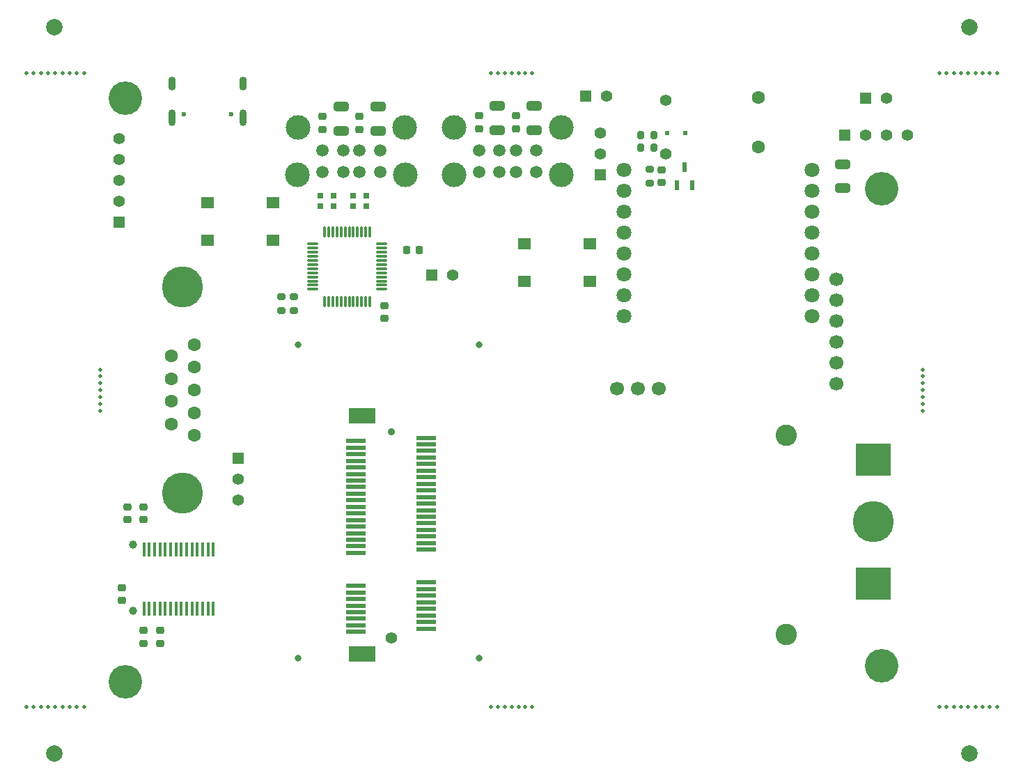
<source format=gbs>
G04 #@! TF.GenerationSoftware,KiCad,Pcbnew,(6.99.0-5015-g618347ef50)*
G04 #@! TF.CreationDate,2023-01-08T20:33:57+01:00*
G04 #@! TF.ProjectId,TinyLlama,54696e79-4c6c-4616-9d61-2e6b69636164,2.1*
G04 #@! TF.SameCoordinates,Original*
G04 #@! TF.FileFunction,Soldermask,Bot*
G04 #@! TF.FilePolarity,Negative*
%FSLAX46Y46*%
G04 Gerber Fmt 4.6, Leading zero omitted, Abs format (unit mm)*
G04 Created by KiCad (PCBNEW (6.99.0-5015-g618347ef50)) date 2023-01-08 20:33:57*
%MOMM*%
%LPD*%
G01*
G04 APERTURE LIST*
G04 Aperture macros list*
%AMRoundRect*
0 Rectangle with rounded corners*
0 $1 Rounding radius*
0 $2 $3 $4 $5 $6 $7 $8 $9 X,Y pos of 4 corners*
0 Add a 4 corners polygon primitive as box body*
4,1,4,$2,$3,$4,$5,$6,$7,$8,$9,$2,$3,0*
0 Add four circle primitives for the rounded corners*
1,1,$1+$1,$2,$3*
1,1,$1+$1,$4,$5*
1,1,$1+$1,$6,$7*
1,1,$1+$1,$8,$9*
0 Add four rect primitives between the rounded corners*
20,1,$1+$1,$2,$3,$4,$5,0*
20,1,$1+$1,$4,$5,$6,$7,0*
20,1,$1+$1,$6,$7,$8,$9,0*
20,1,$1+$1,$8,$9,$2,$3,0*%
G04 Aperture macros list end*
%ADD10C,0.500000*%
%ADD11R,1.397000X1.397000*%
%ADD12C,1.397000*%
%ADD13C,1.500000*%
%ADD14C,3.000000*%
%ADD15C,4.064000*%
%ADD16C,1.000000*%
%ADD17C,0.600000*%
%ADD18O,0.900000X2.000000*%
%ADD19O,0.900000X1.700000*%
%ADD20C,0.800000*%
%ADD21C,1.700000*%
%ADD22C,1.600000*%
%ADD23C,5.000000*%
%ADD24RoundRect,0.218750X-0.256250X0.218750X-0.256250X-0.218750X0.256250X-0.218750X0.256250X0.218750X0*%
%ADD25R,0.700000X0.700000*%
%ADD26C,2.000000*%
%ADD27RoundRect,0.225000X0.250000X-0.225000X0.250000X0.225000X-0.250000X0.225000X-0.250000X-0.225000X0*%
%ADD28R,0.500000X0.500000*%
%ADD29RoundRect,0.200000X-0.275000X0.200000X-0.275000X-0.200000X0.275000X-0.200000X0.275000X0.200000X0*%
%ADD30RoundRect,0.225000X-0.250000X0.225000X-0.250000X-0.225000X0.250000X-0.225000X0.250000X0.225000X0*%
%ADD31RoundRect,0.250000X-0.650000X0.325000X-0.650000X-0.325000X0.650000X-0.325000X0.650000X0.325000X0*%
%ADD32R,0.450000X1.750000*%
%ADD33RoundRect,0.250000X0.650000X-0.325000X0.650000X0.325000X-0.650000X0.325000X-0.650000X-0.325000X0*%
%ADD34RoundRect,0.225000X0.225000X0.250000X-0.225000X0.250000X-0.225000X-0.250000X0.225000X-0.250000X0*%
%ADD35RoundRect,0.200000X0.200000X0.275000X-0.200000X0.275000X-0.200000X-0.275000X0.200000X-0.275000X0*%
%ADD36R,0.600000X1.200000*%
%ADD37R,1.600000X1.400000*%
%ADD38O,0.300000X1.400000*%
%ADD39O,1.400000X0.300000*%
%ADD40C,1.400000*%
%ADD41C,2.600000*%
%ADD42C,0.900000*%
%ADD43R,2.400000X0.600000*%
%ADD44R,3.200000X1.900000*%
%ADD45R,4.200000X3.900000*%
%ADD46C,1.800000*%
G04 APERTURE END LIST*
D10*
X132125000Y-101000000D03*
X127750000Y-24000000D03*
D11*
X82999999Y-26749999D03*
D12*
X85540000Y-26750000D03*
D11*
X84749999Y-36329999D03*
D12*
X84750000Y-33790000D03*
X84750000Y-31250000D03*
D10*
X17625000Y-24000000D03*
X128625000Y-101000000D03*
D13*
X77000000Y-36000000D03*
X74500000Y-36000000D03*
X72500000Y-36000000D03*
X70000000Y-36000000D03*
X77000000Y-33400000D03*
X74500000Y-33400000D03*
X72500000Y-33400000D03*
X70000000Y-33400000D03*
D14*
X80050000Y-36350000D03*
X80000000Y-30550000D03*
X67000000Y-30550000D03*
X66950000Y-36350000D03*
D10*
X24000000Y-65000000D03*
X15000000Y-24000000D03*
D11*
X116999999Y-26999999D03*
D12*
X119540000Y-27000000D03*
D10*
X76500000Y-101000000D03*
X131250000Y-101000000D03*
X126000000Y-101000000D03*
D15*
X119000000Y-96000000D03*
D10*
X124000000Y-63333333D03*
D16*
X28000000Y-81310000D03*
X28000000Y-89310000D03*
D10*
X24000000Y-64166666D03*
D17*
X39890000Y-28930000D03*
X34110000Y-28930000D03*
D18*
X41324999Y-29429999D03*
D19*
X41324999Y-25249999D03*
D18*
X32674999Y-29429999D03*
D19*
X32674999Y-25249999D03*
D10*
X24000000Y-60000000D03*
D11*
X40749999Y-70749989D03*
D12*
X40750000Y-73289990D03*
X40750000Y-75829990D03*
D11*
X26249999Y-42079999D03*
D12*
X26250000Y-39540000D03*
X26250000Y-37000000D03*
X26250000Y-34460000D03*
X26250000Y-31920000D03*
D10*
X19375000Y-24000000D03*
X18500000Y-24000000D03*
X132125000Y-24000000D03*
X126875000Y-101000000D03*
X21125000Y-101000000D03*
X75666666Y-101000000D03*
X20250000Y-101000000D03*
D15*
X27000000Y-27000000D03*
D10*
X16750000Y-24000000D03*
X15000000Y-101000000D03*
X75666666Y-24000000D03*
D20*
X48000000Y-57000000D03*
X48000000Y-95100000D03*
X70000000Y-57000000D03*
X70000000Y-95100000D03*
D10*
X130375000Y-101000000D03*
X17625000Y-101000000D03*
X72333334Y-101000000D03*
D11*
X114499999Y-31499999D03*
D12*
X117040000Y-31500000D03*
X119580000Y-31500000D03*
X122120000Y-31500000D03*
D15*
X119000000Y-38000000D03*
D10*
X15875000Y-24000000D03*
X73166667Y-101000000D03*
X133000000Y-101000000D03*
X126875000Y-24000000D03*
X22000000Y-24000000D03*
X72333334Y-24000000D03*
X24000000Y-60833334D03*
X19375000Y-101000000D03*
X128625000Y-24000000D03*
X131250000Y-24000000D03*
X74000000Y-24000000D03*
X22000000Y-101000000D03*
X129500000Y-24000000D03*
D13*
X58000000Y-36000000D03*
X55500000Y-36000000D03*
X53500000Y-36000000D03*
X51000000Y-36000000D03*
X58000000Y-33400000D03*
X55500000Y-33400000D03*
X53500000Y-33400000D03*
X51000000Y-33400000D03*
D14*
X61050000Y-36350000D03*
X61000000Y-30550000D03*
X48000000Y-30550000D03*
X47950000Y-36350000D03*
D10*
X15875000Y-101000000D03*
X127750000Y-101000000D03*
X74833333Y-101000000D03*
X24000000Y-62500000D03*
X129500000Y-101000000D03*
X124000000Y-64166666D03*
X71500000Y-24000000D03*
X124000000Y-61666667D03*
X20250000Y-24000000D03*
X126000000Y-24000000D03*
D21*
X113500000Y-61700000D03*
X113500000Y-59160000D03*
X113500000Y-56620000D03*
X113500000Y-54080000D03*
X113500000Y-51540000D03*
X113500000Y-49000000D03*
X86830000Y-62335000D03*
X89370000Y-62335000D03*
X91910000Y-62335000D03*
D10*
X124000000Y-60833334D03*
X76500000Y-24000000D03*
D11*
X64249999Y-48499999D03*
D12*
X66790000Y-48500000D03*
D10*
X133000000Y-24000000D03*
X16750000Y-101000000D03*
X74833333Y-24000000D03*
D22*
X35420000Y-56955000D03*
X35420000Y-59725000D03*
X35420000Y-62495000D03*
X35420000Y-65265000D03*
X35420000Y-68035000D03*
X32580000Y-58340000D03*
X32580000Y-61110000D03*
X32580000Y-63880000D03*
X32580000Y-66650000D03*
D23*
X34000000Y-74990000D03*
X34000000Y-50000000D03*
D22*
X103950000Y-26950000D03*
X103950000Y-32950000D03*
D10*
X124000000Y-62500000D03*
D12*
X92700000Y-33751200D03*
X92700000Y-27248800D03*
D10*
X124000000Y-60000000D03*
X24000000Y-63333333D03*
X74000000Y-101000000D03*
X73166667Y-24000000D03*
D15*
X27000000Y-98000000D03*
D10*
X71500000Y-101000000D03*
X24000000Y-61666667D03*
X18500000Y-101000000D03*
X130375000Y-24000000D03*
X21125000Y-24000000D03*
X124000000Y-65000000D03*
D24*
X55500000Y-29212500D03*
X55500000Y-30787500D03*
D25*
X50699999Y-40149999D03*
X52299999Y-40149999D03*
X52299999Y-38849999D03*
X50699999Y-38849999D03*
D26*
X18350000Y-106650000D03*
D24*
X69999994Y-29174001D03*
X69999994Y-30749001D03*
D27*
X27250000Y-78274995D03*
X27250000Y-76724995D03*
D28*
X92899999Y-31249999D03*
X95099999Y-31249999D03*
D29*
X46000000Y-51175000D03*
X46000000Y-52825000D03*
D30*
X31250000Y-91725000D03*
X31250000Y-93275000D03*
D26*
X18350000Y-18350000D03*
D31*
X114250000Y-35025000D03*
X114250000Y-37975000D03*
D32*
X29274999Y-81899999D03*
X29924999Y-81899999D03*
X30574999Y-81899999D03*
X31224999Y-81899999D03*
X31874999Y-81899999D03*
X32524999Y-81899999D03*
X33174999Y-81899999D03*
X33824999Y-81899999D03*
X34474999Y-81899999D03*
X35124999Y-81899999D03*
X35774999Y-81899999D03*
X36424999Y-81899999D03*
X37074999Y-81899999D03*
X37724999Y-81899999D03*
X37724999Y-89099999D03*
X37074999Y-89099999D03*
X36424999Y-89099999D03*
X35774999Y-89099999D03*
X35124999Y-89099999D03*
X34474999Y-89099999D03*
X33824999Y-89099999D03*
X33174999Y-89099999D03*
X32524999Y-89099999D03*
X31874999Y-89099999D03*
X31224999Y-89099999D03*
X30574999Y-89099999D03*
X29924999Y-89099999D03*
X29274999Y-89099999D03*
D33*
X57750000Y-30975000D03*
X57750000Y-28025000D03*
D34*
X62775000Y-45500000D03*
X61225000Y-45500000D03*
D24*
X74499994Y-29174001D03*
X74499994Y-30749001D03*
D35*
X91325000Y-33000000D03*
X89675000Y-33000000D03*
D36*
X95949999Y-37599999D03*
X94049999Y-37599999D03*
X94999999Y-35399999D03*
D29*
X90750000Y-35675000D03*
X90750000Y-37325000D03*
D37*
X44999999Y-44249999D03*
X36999999Y-44249999D03*
X44999999Y-39749999D03*
X36999999Y-39749999D03*
D38*
X56749999Y-51699999D03*
X56249999Y-51699999D03*
X55749999Y-51699999D03*
X55249999Y-51699999D03*
X54749999Y-51699999D03*
X54249999Y-51699999D03*
X53749999Y-51699999D03*
X53249999Y-51699999D03*
X52749999Y-51699999D03*
X52249999Y-51699999D03*
X51749999Y-51699999D03*
X51249999Y-51699999D03*
D39*
X49799999Y-50249999D03*
X49799999Y-49749999D03*
X49799999Y-49249999D03*
X49799999Y-48749999D03*
X49799999Y-48249999D03*
X49799999Y-47749999D03*
X49799999Y-47249999D03*
X49799999Y-46749999D03*
X49799999Y-46249999D03*
X49799999Y-45749999D03*
X49799999Y-45249999D03*
X49799999Y-44749999D03*
D38*
X51249999Y-43299999D03*
X51749999Y-43299999D03*
X52249999Y-43299999D03*
X52749999Y-43299999D03*
X53249999Y-43299999D03*
X53749999Y-43299999D03*
X54249999Y-43299999D03*
X54749999Y-43299999D03*
X55249999Y-43299999D03*
X55749999Y-43299999D03*
X56249999Y-43299999D03*
X56749999Y-43299999D03*
D39*
X58199999Y-44749999D03*
X58199999Y-45249999D03*
X58199999Y-45749999D03*
X58199999Y-46249999D03*
X58199999Y-46749999D03*
X58199999Y-47249999D03*
X58199999Y-47749999D03*
X58199999Y-48249999D03*
X58199999Y-48749999D03*
X58199999Y-49249999D03*
X58199999Y-49749999D03*
X58199999Y-50249999D03*
D40*
X59330500Y-92600000D03*
D41*
X107380500Y-92200000D03*
X107380500Y-68000000D03*
D42*
X59330500Y-67600000D03*
D43*
X55030499Y-91899999D03*
X63630499Y-91499999D03*
X55030499Y-91099999D03*
X63630499Y-90699999D03*
X55030499Y-90299999D03*
X63630499Y-89899999D03*
X55030499Y-89499999D03*
X63630499Y-89099999D03*
X55030499Y-88699999D03*
X63630499Y-88299999D03*
X55030499Y-87899999D03*
X63630499Y-87499999D03*
X55030499Y-87099999D03*
X63630499Y-86699999D03*
X55030499Y-86299999D03*
X63630499Y-85899999D03*
X55030499Y-82299999D03*
X63630499Y-81899999D03*
X55030499Y-81499999D03*
X63630499Y-81099999D03*
X55030499Y-80699999D03*
X63630499Y-80299999D03*
X55030499Y-79899999D03*
X63630499Y-79499999D03*
X55030499Y-79099999D03*
X63630499Y-78699999D03*
X55030499Y-78299999D03*
X63630499Y-77899999D03*
X55030499Y-77499999D03*
X63630499Y-77099999D03*
X55030499Y-76699999D03*
X63630499Y-76299999D03*
X55030499Y-75899999D03*
X63630499Y-75499999D03*
X55030499Y-75099999D03*
X63630499Y-74699999D03*
X55030499Y-74299999D03*
X63630499Y-73899999D03*
X55030499Y-73499999D03*
X63630499Y-73099999D03*
X55030499Y-72699999D03*
X63630499Y-72299999D03*
X55030499Y-71899999D03*
X63630499Y-71499999D03*
X55030499Y-71099999D03*
X63630499Y-70699999D03*
X55030499Y-70299999D03*
X63630499Y-69899999D03*
X55030499Y-69499999D03*
X63630499Y-69099999D03*
X55030499Y-68699999D03*
X63630499Y-68299999D03*
D44*
X55830499Y-94549999D03*
X55830499Y-65649999D03*
D45*
X117999999Y-86049999D03*
X117999999Y-70949999D03*
D23*
X118000000Y-78500000D03*
D35*
X91325000Y-31500000D03*
X89675000Y-31500000D03*
D30*
X29250000Y-76725000D03*
X29250000Y-78275000D03*
D33*
X53250000Y-30975000D03*
X53250000Y-28025000D03*
D27*
X26575000Y-88050000D03*
X26575000Y-86500000D03*
D24*
X51000000Y-29212500D03*
X51000000Y-30787500D03*
D26*
X129650000Y-106650000D03*
D30*
X92250000Y-35725000D03*
X92250000Y-37275000D03*
X29250000Y-91725000D03*
X29250000Y-93275000D03*
D29*
X47500000Y-51175000D03*
X47500000Y-52825000D03*
D37*
X75499999Y-44749999D03*
X83499999Y-44749999D03*
X75499999Y-49249999D03*
X83499999Y-49249999D03*
D33*
X72249994Y-30936501D03*
X72249994Y-27986501D03*
D25*
X54699999Y-40149999D03*
X56299999Y-40149999D03*
X56299999Y-38849999D03*
X54699999Y-38849999D03*
D46*
X87640000Y-53530000D03*
X87640000Y-50990000D03*
X87640000Y-48450000D03*
X87640000Y-45910000D03*
X87640000Y-43370000D03*
X87640000Y-40830000D03*
X87640000Y-38290000D03*
X87640000Y-35750000D03*
X110500000Y-35750000D03*
X110500000Y-38290000D03*
X110500000Y-40830000D03*
X110500000Y-43370000D03*
X110500000Y-45910000D03*
X110500000Y-48450000D03*
X110500000Y-50990000D03*
X110500000Y-53530000D03*
D26*
X129650000Y-18350000D03*
D27*
X58500000Y-53775000D03*
X58500000Y-52225000D03*
D33*
X76749994Y-30936501D03*
X76749994Y-27986501D03*
M02*

</source>
